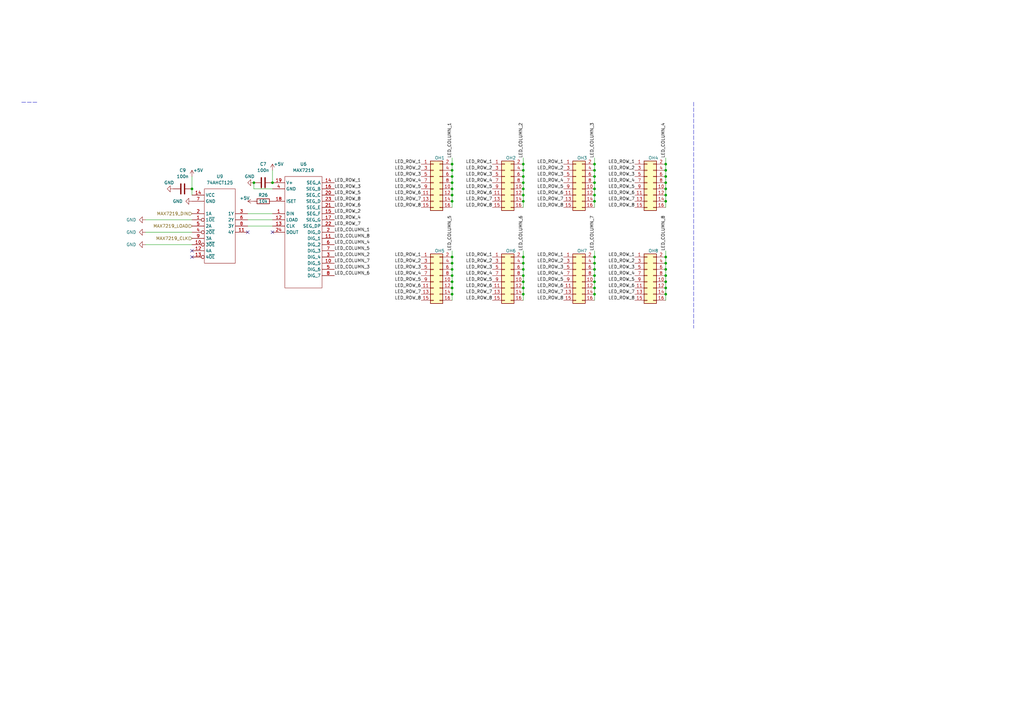
<source format=kicad_sch>
(kicad_sch (version 20211123) (generator eeschema)
  (paper "A3")
  (lib_symbols
    (symbol "Connector_Generic:Conn_02x08_Odd_Even" (pin_names (offset 1.016) hide)
      (property "Reference" "J" (at 1.27 10.16 0))
      (property "Value" "Conn_02x08_Odd_Even" (at 1.27 -12.7 0))
      (symbol "Conn_02x08_Odd_Even_1_1"
        (rectangle (start -1.27 -10.033) (end 0 -10.287) (stroke (width 0.1524)))
        (rectangle (start -1.27 -7.493) (end 0 -7.747) (stroke (width 0.1524)))
        (rectangle (start -1.27 -4.953) (end 0 -5.207) (stroke (width 0.1524)))
        (rectangle (start -1.27 -2.413) (end 0 -2.667) (stroke (width 0.1524)))
        (rectangle (start -1.27 0.127) (end 0 -0.127) (stroke (width 0.1524)))
        (rectangle (start -1.27 2.667) (end 0 2.413) (stroke (width 0.1524)))
        (rectangle (start -1.27 5.207) (end 0 4.953) (stroke (width 0.1524)))
        (rectangle (start -1.27 7.747) (end 0 7.493) (stroke (width 0.1524)))
        (rectangle (start -1.27 8.89) (end 3.81 -11.43) (stroke (width 0.254)) (fill (type background)))
        (rectangle (start 3.81 -10.033) (end 2.54 -10.287) (stroke (width 0.1524)))
        (rectangle (start 3.81 -7.493) (end 2.54 -7.747) (stroke (width 0.1524)))
        (rectangle (start 3.81 -4.953) (end 2.54 -5.207) (stroke (width 0.1524)))
        (rectangle (start 3.81 -2.413) (end 2.54 -2.667) (stroke (width 0.1524)))
        (rectangle (start 3.81 0.127) (end 2.54 -0.127) (stroke (width 0.1524)))
        (rectangle (start 3.81 2.667) (end 2.54 2.413) (stroke (width 0.1524)))
        (rectangle (start 3.81 5.207) (end 2.54 4.953) (stroke (width 0.1524)))
        (rectangle (start 3.81 7.747) (end 2.54 7.493) (stroke (width 0.1524)))
        (pin passive line (at -5.08 7.62 0) (length 3.81) (name "Pin_1") (number "1"))
        (pin passive line (at 7.62 -2.54 180) (length 3.81) (name "Pin_10") (number "10"))
        (pin passive line (at -5.08 -5.08 0) (length 3.81) (name "Pin_11") (number "11"))
        (pin passive line (at 7.62 -5.08 180) (length 3.81) (name "Pin_12") (number "12"))
        (pin passive line (at -5.08 -7.62 0) (length 3.81) (name "Pin_13") (number "13"))
        (pin passive line (at 7.62 -7.62 180) (length 3.81) (name "Pin_14") (number "14"))
        (pin passive line (at -5.08 -10.16 0) (length 3.81) (name "Pin_15") (number "15"))
        (pin passive line (at 7.62 -10.16 180) (length 3.81) (name "Pin_16") (number "16"))
        (pin passive line (at 7.62 7.62 180) (length 3.81) (name "Pin_2") (number "2"))
        (pin passive line (at -5.08 5.08 0) (length 3.81) (name "Pin_3") (number "3"))
        (pin passive line (at 7.62 5.08 180) (length 3.81) (name "Pin_4") (number "4"))
        (pin passive line (at -5.08 2.54 0) (length 3.81) (name "Pin_5") (number "5"))
        (pin passive line (at 7.62 2.54 180) (length 3.81) (name "Pin_6") (number "6"))
        (pin passive line (at -5.08 0 0) (length 3.81) (name "Pin_7") (number "7"))
        (pin passive line (at 7.62 0 180) (length 3.81) (name "Pin_8") (number "8"))
        (pin passive line (at -5.08 -2.54 0) (length 3.81) (name "Pin_9") (number "9"))
      )
    )
    (symbol "Device:C" (pin_numbers hide) (pin_names (offset 0.254))
      (property "Reference" "C" (at 0.635 2.54 0))
      (property "Value" "C" (at 0.635 -2.54 0))
      (symbol "C_0_1"
        (polyline (pts (xy -2.032 -0.762) (xy 2.032 -0.762)) (stroke (width 0.508)))
        (polyline (pts (xy -2.032 0.762) (xy 2.032 0.762)) (stroke (width 0.508)))
      )
      (symbol "C_1_1"
        (pin passive line (at 0 3.81 270) (length 2.794) (name "~") (number "1"))
        (pin passive line (at 0 -3.81 90) (length 2.794) (name "~") (number "2"))
      )
    )
    (symbol "Device:R" (pin_numbers hide) (pin_names (offset 0))
      (property "Reference" "R" (at 2.032 0 90))
      (property "Value" "R" (at 0 0 90))
      (symbol "R_0_1"
        (rectangle (start -1.016 -2.54) (end 1.016 2.54) (stroke (width 0.254)))
      )
      (symbol "R_1_1"
        (pin passive line (at 0 3.81 270) (length 1.27) (name "~") (number "1"))
        (pin passive line (at 0 -3.81 90) (length 1.27) (name "~") (number "2"))
      )
    )
    (symbol "igor_lib:74AHCT125"
      (property "Reference" "U?" (at 6.35 34.29 0))
      (property "Value" "74AHCT125" (at 6.35 31.75 0))
      (symbol "74AHCT125_0_0"
        (pin power_in line (at -5.08 27.94 0) (length 5.08) (name "VCC") (number "14"))
      )
      (symbol "74AHCT125_0_1"
        (rectangle (start 0 30.48) (end 12.7 0))
      )
      (symbol "74AHCT125_1_1"
        (pin input inverted (at -5.08 17.78 0) (length 5.08) (name "1~{OE}") (number "1"))
        (pin input inverted (at -5.08 7.62 0) (length 5.08) (name "3~{OE}") (number "10"))
        (pin output line (at 17.78 12.7 180) (length 5.08) (name "4Y") (number "11"))
        (pin input line (at -5.08 5.08 0) (length 5.08) (name "4A") (number "12"))
        (pin input inverted (at -5.08 2.54 0) (length 5.08) (name "4~{OE}") (number "13"))
        (pin input line (at -5.08 20.32 0) (length 5.08) (name "1A") (number "2"))
        (pin output line (at 17.78 20.32 180) (length 5.08) (name "1Y") (number "3"))
        (pin input inverted (at -5.08 12.7 0) (length 5.08) (name "2~{OE}") (number "4"))
        (pin input line (at -5.08 15.24 0) (length 5.08) (name "2A") (number "5"))
        (pin output line (at 17.78 17.78 180) (length 5.08) (name "2Y") (number "6"))
        (pin power_in line (at -5.08 25.4 0) (length 5.08) (name "GND") (number "7"))
        (pin output line (at 17.78 15.24 180) (length 5.08) (name "3Y") (number "8"))
        (pin input line (at -5.08 10.16 0) (length 5.08) (name "3A") (number "9"))
      )
    )
    (symbol "igor_lib:MAX7219"
      (property "Reference" "U?" (at 7.62 49.53 0))
      (property "Value" "MAX7219" (at 7.62 46.99 0))
      (symbol "MAX7219_0_1"
        (rectangle (start 0 45.72) (end 15.24 0))
      )
      (symbol "MAX7219_1_1"
        (pin input line (at -5.08 30.48 0) (length 5.08) (name "DIN") (number "1"))
        (pin output line (at 20.32 10.16 180) (length 5.08) (name "DIG_5") (number "10"))
        (pin output line (at 20.32 20.32 180) (length 5.08) (name "DIG_1") (number "11"))
        (pin input line (at -5.08 27.94 0) (length 5.08) (name "LOAD") (number "12"))
        (pin input line (at -5.08 25.4 0) (length 5.08) (name "CLK") (number "13"))
        (pin output line (at 20.32 43.18 180) (length 5.08) (name "SEG_A") (number "14"))
        (pin output line (at 20.32 30.48 180) (length 5.08) (name "SEG_F") (number "15"))
        (pin output line (at 20.32 40.64 180) (length 5.08) (name "SEG_B") (number "16"))
        (pin output line (at 20.32 27.94 180) (length 5.08) (name "SEG_G") (number "17"))
        (pin input line (at -5.08 35.56 0) (length 5.08) (name "ISET") (number "18"))
        (pin power_in line (at -5.08 43.18 0) (length 5.08) (name "V+") (number "19"))
        (pin output line (at 20.32 22.86 180) (length 5.08) (name "DIG_0") (number "2"))
        (pin output line (at 20.32 38.1 180) (length 5.08) (name "SEG_C") (number "20"))
        (pin output line (at 20.32 33.02 180) (length 5.08) (name "SEG_E") (number "21"))
        (pin output line (at 20.32 25.4 180) (length 5.08) (name "SEG_DP") (number "22"))
        (pin output line (at 20.32 35.56 180) (length 5.08) (name "SEG_D") (number "23"))
        (pin output line (at -5.08 22.86 0) (length 5.08) (name "DOUT") (number "24"))
        (pin output line (at 20.32 12.7 180) (length 5.08) (name "DIG_4") (number "3"))
        (pin power_in line (at -5.08 40.64 0) (length 5.08) (name "GND") (number "4"))
        (pin output line (at 20.32 7.62 180) (length 5.08) (name "DIG_6") (number "5"))
        (pin output line (at 20.32 17.78 180) (length 5.08) (name "DIG_2") (number "6"))
        (pin output line (at 20.32 15.24 180) (length 5.08) (name "DIG_3") (number "7"))
        (pin output line (at 20.32 5.08 180) (length 5.08) (name "DIG_7") (number "8"))
        (pin passive line (at -5.08 40.64 0) (length 5.08) hide (name "GND") (number "9"))
      )
    )
    (symbol "power:+5V" (power) (pin_names (offset 0))
      (property "Value" "+5V" (at 0 3.556 0))
      (symbol "+5V_0_1"
        (polyline (pts (xy -0.762 1.27) (xy 0 2.54)))
        (polyline (pts (xy 0 0) (xy 0 2.54)))
        (polyline (pts (xy 0 2.54) (xy 0.762 1.27)))
      )
      (symbol "+5V_1_1"
        (pin power_in line (at 0 0 90) (length 0) hide (name "+5V") (number "1"))
      )
    )
    (symbol "power:GND" (power) (pin_names (offset 0))
      (property "Value" "GND" (at 0 -3.81 0))
      (symbol "GND_0_1"
        (polyline (pts (xy 0 0) (xy 0 -1.27) (xy 1.27 -1.27) (xy 0 -2.54) (xy -1.27 -1.27) (xy 0 -1.27)))
      )
      (symbol "GND_1_1"
        (pin power_in line (at 0 0 270) (length 0) hide (name "GND") (number "1"))
      )
    )
  )
  (junction (at 243.84 69.85))
  (junction (at 214.63 110.49))
  (junction (at 185.42 105.41))
  (junction (at 243.84 115.57))
  (junction (at 273.05 107.95))
  (junction (at 185.42 82.55))
  (junction (at 214.63 120.65))
  (junction (at 214.63 80.01))
  (junction (at 78.74 77.47))
  (junction (at 243.84 74.93))
  (junction (at 243.84 82.55))
  (junction (at 185.42 67.31))
  (junction (at 273.05 72.39))
  (junction (at 273.05 69.85))
  (junction (at 185.42 120.65))
  (junction (at 273.05 82.55))
  (junction (at 273.05 113.03))
  (junction (at 214.63 72.39))
  (junction (at 185.42 72.39))
  (junction (at 273.05 115.57))
  (junction (at 185.42 77.47))
  (junction (at 214.63 67.31))
  (junction (at 214.63 82.55))
  (junction (at 273.05 118.11))
  (junction (at 185.42 80.01))
  (junction (at 214.63 113.03))
  (junction (at 111.76 74.93))
  (junction (at 185.42 118.11))
  (junction (at 214.63 69.85))
  (junction (at 214.63 105.41))
  (junction (at 214.63 115.57))
  (junction (at 243.84 120.65))
  (junction (at 273.05 77.47))
  (junction (at 214.63 77.47))
  (junction (at 243.84 110.49))
  (junction (at 243.84 67.31))
  (junction (at 273.05 105.41))
  (junction (at 243.84 72.39))
  (junction (at 185.42 115.57))
  (junction (at 214.63 107.95))
  (junction (at 185.42 74.93))
  (junction (at 243.84 105.41))
  (junction (at 214.63 74.93))
  (junction (at 273.05 110.49))
  (junction (at 243.84 80.01))
  (junction (at 185.42 107.95))
  (junction (at 243.84 107.95))
  (junction (at 185.42 69.85))
  (junction (at 104.14 74.93))
  (junction (at 273.05 74.93))
  (junction (at 185.42 110.49))
  (junction (at 273.05 67.31))
  (junction (at 214.63 118.11))
  (junction (at 185.42 113.03))
  (junction (at 243.84 77.47))
  (junction (at 243.84 118.11))
  (junction (at 243.84 113.03))
  (junction (at 273.05 120.65))
  (junction (at 273.05 80.01))
  (no_connect (at 78.74 102.87))
  (no_connect (at 78.74 105.41))
  (no_connect (at 111.76 95.25))
  (no_connect (at 101.6 95.25))
  (wire (pts (xy 273.05 74.93) (xy 273.05 77.47)))
  (wire (pts (xy 111.76 69.85) (xy 111.76 74.93)))
  (wire (pts (xy 101.6 92.71) (xy 111.76 92.71)))
  (wire (pts (xy 243.84 74.93) (xy 243.84 77.47)))
  (wire (pts (xy 214.63 107.95) (xy 214.63 110.49)))
  (wire (pts (xy 214.63 67.31) (xy 214.63 69.85)))
  (wire (pts (xy 273.05 115.57) (xy 273.05 118.11)))
  (wire (pts (xy 185.42 107.95) (xy 185.42 110.49)))
  (wire (pts (xy 214.63 115.57) (xy 214.63 118.11)))
  (wire (pts (xy 185.42 72.39) (xy 185.42 74.93)))
  (wire (pts (xy 273.05 80.01) (xy 273.05 82.55)))
  (wire (pts (xy 243.84 115.57) (xy 243.84 118.11)))
  (polyline (pts (xy 8.89 41.91) (xy 15.24 41.91)))
  (wire (pts (xy 214.63 110.49) (xy 214.63 113.03)))
  (wire (pts (xy 273.05 77.47) (xy 273.05 80.01)))
  (wire (pts (xy 214.63 64.77) (xy 214.63 67.31)))
  (wire (pts (xy 273.05 82.55) (xy 273.05 85.09)))
  (wire (pts (xy 185.42 120.65) (xy 185.42 123.19)))
  (wire (pts (xy 214.63 77.47) (xy 214.63 80.01)))
  (wire (pts (xy 214.63 72.39) (xy 214.63 74.93)))
  (wire (pts (xy 185.42 74.93) (xy 185.42 77.47)))
  (wire (pts (xy 214.63 118.11) (xy 214.63 120.65)))
  (wire (pts (xy 185.42 82.55) (xy 185.42 85.09)))
  (wire (pts (xy 243.84 67.31) (xy 243.84 69.85)))
  (wire (pts (xy 243.84 105.41) (xy 243.84 107.95)))
  (wire (pts (xy 185.42 113.03) (xy 185.42 115.57)))
  (wire (pts (xy 214.63 102.87) (xy 214.63 105.41)))
  (wire (pts (xy 185.42 110.49) (xy 185.42 113.03)))
  (wire (pts (xy 78.74 77.47) (xy 78.74 80.01)))
  (wire (pts (xy 214.63 74.93) (xy 214.63 77.47)))
  (wire (pts (xy 243.84 118.11) (xy 243.84 120.65)))
  (wire (pts (xy 273.05 120.65) (xy 273.05 123.19)))
  (wire (pts (xy 243.84 80.01) (xy 243.84 82.55)))
  (wire (pts (xy 243.84 107.95) (xy 243.84 110.49)))
  (wire (pts (xy 273.05 107.95) (xy 273.05 110.49)))
  (wire (pts (xy 78.74 72.39) (xy 78.74 77.47)))
  (wire (pts (xy 214.63 82.55) (xy 214.63 85.09)))
  (wire (pts (xy 273.05 64.77) (xy 273.05 67.31)))
  (wire (pts (xy 214.63 80.01) (xy 214.63 82.55)))
  (wire (pts (xy 273.05 110.49) (xy 273.05 113.03)))
  (wire (pts (xy 185.42 80.01) (xy 185.42 82.55)))
  (wire (pts (xy 214.63 69.85) (xy 214.63 72.39)))
  (polyline (pts (xy 284.48 41.91) (xy 284.48 134.62)))
  (wire (pts (xy 185.42 67.31) (xy 185.42 69.85)))
  (wire (pts (xy 101.6 90.17) (xy 111.76 90.17)))
  (wire (pts (xy 243.84 82.55) (xy 243.84 85.09)))
  (wire (pts (xy 243.84 110.49) (xy 243.84 113.03)))
  (wire (pts (xy 273.05 118.11) (xy 273.05 120.65)))
  (wire (pts (xy 273.05 102.87) (xy 273.05 105.41)))
  (wire (pts (xy 185.42 102.87) (xy 185.42 105.41)))
  (wire (pts (xy 243.84 102.87) (xy 243.84 105.41)))
  (wire (pts (xy 214.63 105.41) (xy 214.63 107.95)))
  (wire (pts (xy 273.05 113.03) (xy 273.05 115.57)))
  (wire (pts (xy 185.42 118.11) (xy 185.42 120.65)))
  (wire (pts (xy 243.84 120.65) (xy 243.84 123.19)))
  (wire (pts (xy 185.42 67.31) (xy 185.42 64.77)))
  (wire (pts (xy 214.63 113.03) (xy 214.63 115.57)))
  (wire (pts (xy 111.76 77.47) (xy 104.14 77.47)))
  (wire (pts (xy 185.42 69.85) (xy 185.42 72.39)))
  (wire (pts (xy 273.05 105.41) (xy 273.05 107.95)))
  (wire (pts (xy 59.69 100.33) (xy 78.74 100.33)))
  (wire (pts (xy 243.84 77.47) (xy 243.84 80.01)))
  (wire (pts (xy 101.6 87.63) (xy 111.76 87.63)))
  (wire (pts (xy 59.69 95.25) (xy 78.74 95.25)))
  (wire (pts (xy 104.14 77.47) (xy 104.14 74.93)))
  (wire (pts (xy 243.84 69.85) (xy 243.84 72.39)))
  (wire (pts (xy 243.84 72.39) (xy 243.84 74.93)))
  (wire (pts (xy 185.42 115.57) (xy 185.42 118.11)))
  (wire (pts (xy 273.05 72.39) (xy 273.05 74.93)))
  (wire (pts (xy 59.69 90.17) (xy 78.74 90.17)))
  (wire (pts (xy 214.63 120.65) (xy 214.63 123.19)))
  (wire (pts (xy 185.42 105.41) (xy 185.42 107.95)))
  (wire (pts (xy 243.84 113.03) (xy 243.84 115.57)))
  (wire (pts (xy 243.84 64.77) (xy 243.84 67.31)))
  (wire (pts (xy 273.05 67.31) (xy 273.05 69.85)))
  (wire (pts (xy 185.42 77.47) (xy 185.42 80.01)))
  (wire (pts (xy 273.05 69.85) (xy 273.05 72.39)))
  (label "LED_ROW_1" (at 201.93 105.41 180))
  (label "LED_ROW_7" (at 201.93 120.65 180))
  (label "LED_COLUMN_5" (at 137.16 102.87 0))
  (label "LED_ROW_4" (at 201.93 74.93 180))
  (label "LED_ROW_1" (at 231.14 105.41 180))
  (label "LED_ROW_8" (at 260.35 123.19 180))
  (label "LED_ROW_7" (at 260.35 82.55 180))
  (label "LED_ROW_2" (at 172.72 69.85 180))
  (label "LED_COLUMN_4" (at 137.16 100.33 0))
  (label "LED_ROW_2" (at 172.72 107.95 180))
  (label "LED_COLUMN_1" (at 137.16 95.25 0))
  (label "LED_ROW_1" (at 137.16 74.93 0))
  (label "LED_ROW_8" (at 201.93 123.19 180))
  (label "LED_COLUMN_5" (at 185.42 102.87 90))
  (label "LED_ROW_3" (at 231.14 110.49 180))
  (label "LED_ROW_8" (at 231.14 123.19 180))
  (label "LED_ROW_8" (at 231.14 85.09 180))
  (label "LED_ROW_6" (at 231.14 118.11 180))
  (label "LED_ROW_6" (at 260.35 118.11 180))
  (label "LED_ROW_7" (at 172.72 120.65 180))
  (label "LED_ROW_8" (at 201.93 85.09 180))
  (label "LED_ROW_5" (at 231.14 77.47 180))
  (label "LED_ROW_4" (at 231.14 74.93 180))
  (label "LED_ROW_4" (at 201.93 113.03 180))
  (label "LED_COLUMN_7" (at 243.84 102.87 90))
  (label "LED_ROW_3" (at 231.14 72.39 180))
  (label "LED_ROW_2" (at 137.16 87.63 0))
  (label "LED_ROW_5" (at 172.72 77.47 180))
  (label "LED_ROW_1" (at 231.14 67.31 180))
  (label "LED_ROW_5" (at 231.14 115.57 180))
  (label "LED_ROW_3" (at 260.35 110.49 180))
  (label "LED_COLUMN_8" (at 273.05 102.87 90))
  (label "LED_ROW_6" (at 260.35 80.01 180))
  (label "LED_COLUMN_6" (at 137.16 113.03 0))
  (label "LED_ROW_7" (at 231.14 82.55 180))
  (label "LED_COLUMN_3" (at 243.84 64.77 90))
  (label "LED_ROW_6" (at 201.93 80.01 180))
  (label "LED_ROW_5" (at 260.35 77.47 180))
  (label "LED_ROW_1" (at 260.35 67.31 180))
  (label "LED_ROW_3" (at 172.72 72.39 180))
  (label "LED_COLUMN_3" (at 137.16 110.49 0))
  (label "LED_ROW_7" (at 231.14 120.65 180))
  (label "LED_ROW_2" (at 201.93 107.95 180))
  (label "LED_ROW_7" (at 260.35 120.65 180))
  (label "LED_ROW_4" (at 231.14 113.03 180))
  (label "LED_ROW_5" (at 137.16 80.01 0))
  (label "LED_ROW_1" (at 172.72 67.31 180))
  (label "LED_ROW_2" (at 201.93 69.85 180))
  (label "LED_ROW_2" (at 260.35 107.95 180))
  (label "LED_ROW_5" (at 201.93 77.47 180))
  (label "LED_ROW_3" (at 260.35 72.39 180))
  (label "LED_ROW_5" (at 201.93 115.57 180))
  (label "LED_COLUMN_7" (at 137.16 107.95 0))
  (label "LED_COLUMN_4" (at 273.05 64.77 90))
  (label "LED_ROW_1" (at 260.35 105.41 180))
  (label "LED_COLUMN_6" (at 214.63 102.87 90))
  (label "LED_ROW_5" (at 172.72 115.57 180))
  (label "LED_ROW_4" (at 172.72 113.03 180))
  (label "LED_ROW_1" (at 201.93 67.31 180))
  (label "LED_ROW_5" (at 260.35 115.57 180))
  (label "LED_ROW_8" (at 172.72 123.19 180))
  (label "LED_ROW_4" (at 137.16 90.17 0))
  (label "LED_ROW_2" (at 260.35 69.85 180))
  (label "LED_ROW_6" (at 201.93 118.11 180))
  (label "LED_COLUMN_1" (at 185.42 64.77 90))
  (label "LED_ROW_6" (at 231.14 80.01 180))
  (label "LED_ROW_2" (at 231.14 69.85 180))
  (label "LED_COLUMN_8" (at 137.16 97.79 0))
  (label "LED_ROW_8" (at 137.16 82.55 0))
  (label "LED_ROW_2" (at 231.14 107.95 180))
  (label "LED_ROW_6" (at 137.16 85.09 0))
  (label "LED_ROW_8" (at 172.72 85.09 180))
  (label "LED_ROW_3" (at 172.72 110.49 180))
  (label "LED_ROW_3" (at 201.93 72.39 180))
  (label "LED_ROW_6" (at 172.72 118.11 180))
  (label "LED_COLUMN_2" (at 214.63 64.77 90))
  (label "LED_ROW_3" (at 201.93 110.49 180))
  (label "LED_ROW_7" (at 201.93 82.55 180))
  (label "LED_ROW_7" (at 137.16 92.71 0))
  (label "LED_ROW_8" (at 260.35 85.09 180))
  (label "LED_ROW_4" (at 172.72 74.93 180))
  (label "LED_COLUMN_2" (at 137.16 105.41 0))
  (label "LED_ROW_1" (at 172.72 105.41 180))
  (label "LED_ROW_4" (at 260.35 74.93 180))
  (label "LED_ROW_3" (at 137.16 77.47 0))
  (label "LED_ROW_7" (at 172.72 82.55 180))
  (label "LED_ROW_4" (at 260.35 113.03 180))
  (label "LED_ROW_6" (at 172.72 80.01 180))
  (hierarchical_label "MAX7219_CLK" (shape input) (at 78.74 97.79 180))
  (hierarchical_label "MAX7219_DIN" (shape input) (at 78.74 87.63 180))
  (hierarchical_label "MAX7219_LOAD" (shape input) (at 78.74 92.71 180))
  (symbol (lib_id "Connector_Generic:Conn_02x08_Odd_Even") (at 265.43 113.03 0) (unit 1)
    (property "Reference" "OH8" (at 267.97 102.87 0))
    (property "Value" "Conn_02x08_Top_Bottom" (effects hide))
    (property "Footprint" "Connector_PinHeader_2.54mm:PinHeader_2x08_P2.54mm_Vertical" (effects hide))
  )
  (symbol (lib_id "Connector_Generic:Conn_02x08_Odd_Even") (at 177.8 113.03 0) (unit 1)
    (property "Reference" "OH5" (at 180.34 102.87 0))
    (property "Value" "Conn_02x08_Top_Bottom" (effects hide))
    (property "Footprint" "Connector_PinHeader_2.54mm:PinHeader_2x08_P2.54mm_Vertical" (effects hide))
  )
  (symbol (lib_id "power:+5V") (at 111.76 69.85 0) (unit 1)
    (property "Reference" "#PWR0131" (effects hide))
    (property "Value" "+5V" (at 114.3 67.31 0))
  )
  (symbol (lib_id "Connector_Generic:Conn_02x08_Odd_Even") (at 207.01 113.03 0) (unit 1)
    (property "Reference" "OH6" (at 209.55 102.87 0))
    (property "Value" "Conn_02x08_Top_Bottom" (effects hide))
    (property "Footprint" "Connector_PinHeader_2.54mm:PinHeader_2x08_P2.54mm_Vertical" (effects hide))
  )
  (symbol (lib_id "power:GND") (at 59.69 100.33 270) (unit 1)
    (property "Reference" "#PWR0136" (effects hide))
    (property "Value" "GND" (at 55.88 100.3299 90) (effects (justify right)))
  )
  (symbol (lib_id "power:GND") (at 59.69 95.25 270) (unit 1)
    (property "Reference" "#PWR0137" (effects hide))
    (property "Value" "GND" (at 55.88 95.2499 90) (effects (justify right)))
  )
  (symbol (lib_id "power:+5V") (at 78.74 72.39 0) (unit 1)
    (property "Reference" "#PWR0141" (effects hide))
    (property "Value" "+5V" (at 81.28 69.85 0))
  )
  (symbol (lib_id "Connector_Generic:Conn_02x08_Odd_Even") (at 236.22 74.93 0) (unit 1)
    (property "Reference" "OH3" (at 238.76 64.77 0))
    (property "Value" "Conn_02x08_Top_Bottom" (effects hide))
    (property "Footprint" "Connector_PinHeader_2.54mm:PinHeader_2x08_P2.54mm_Vertical" (effects hide))
  )
  (symbol (lib_id "power:GND") (at 104.14 74.93 270) (unit 1)
    (property "Reference" "#PWR0130" (effects hide))
    (property "Value" "GND" (at 100.33 72.39 90) (effects (justify left)))
  )
  (symbol (lib_id "power:+5V") (at 104.14 82.55 90) (unit 1)
    (property "Reference" "#PWR0171" (effects hide))
    (property "Value" "+5V" (at 100.33 81.28 90))
  )
  (symbol (lib_id "power:GND") (at 59.69 90.17 270) (unit 1)
    (property "Reference" "#PWR0138" (effects hide))
    (property "Value" "GND" (at 55.88 90.1699 90) (effects (justify right)))
  )
  (symbol (lib_id "Device:R") (at 107.95 82.55 90) (unit 1)
    (property "Reference" "R26" (at 107.95 80.01 90))
    (property "Value" "10k" (at 107.95 82.55 90))
    (property "Footprint" "Resistor_SMD:R_0402_1005Metric" (effects hide))
    (property "LCSC" "C25744" (effects hide))
  )
  (symbol (lib_id "Connector_Generic:Conn_02x08_Odd_Even") (at 207.01 74.93 0) (unit 1)
    (property "Reference" "OH2" (at 209.55 64.77 0))
    (property "Value" "Conn_02x08_Top_Bottom" (effects hide))
    (property "Footprint" "Connector_PinHeader_2.54mm:PinHeader_2x08_P2.54mm_Vertical" (effects hide))
  )
  (symbol (lib_id "power:GND") (at 78.74 82.55 270) (unit 1)
    (property "Reference" "#PWR0140" (effects hide))
    (property "Value" "GND" (at 74.93 82.5499 90) (effects (justify right)))
  )
  (symbol (lib_id "Device:C") (at 74.93 77.47 90) (unit 1)
    (property "Reference" "C9" (at 74.93 69.85 90))
    (property "Value" "100n" (at 74.93 72.39 90))
    (property "Footprint" "Capacitor_SMD:C_0402_1005Metric" (effects hide))
    (property "LCSC" "C1525" (effects hide))
  )
  (symbol (lib_id "Connector_Generic:Conn_02x08_Odd_Even") (at 236.22 113.03 0) (unit 1)
    (property "Reference" "OH7" (at 238.76 102.87 0))
    (property "Value" "Conn_02x08_Top_Bottom" (effects hide))
    (property "Footprint" "Connector_PinHeader_2.54mm:PinHeader_2x08_P2.54mm_Vertical" (effects hide))
  )
  (symbol (lib_id "igor_lib:MAX7219") (at 116.84 118.11 0) (unit 1)
    (property "Reference" "U6" (at 124.46 67.31 0))
    (property "Value" "MAX7219" (at 124.46 69.85 0))
    (property "Footprint" "Package_SO:SOIC-24W_7.5x15.4mm_P1.27mm" (effects hide))
    (property "LCSC" "C9964" (effects hide))
  )
  (symbol (lib_id "Device:C") (at 107.95 74.93 90) (unit 1)
    (property "Reference" "C7" (at 107.95 67.31 90))
    (property "Value" "100n" (at 107.95 69.85 90))
    (property "Footprint" "Capacitor_SMD:C_0402_1005Metric" (effects hide))
    (property "LCSC" "C1525" (effects hide))
  )
  (symbol (lib_id "power:GND") (at 71.12 77.47 270) (unit 1)
    (property "Reference" "#PWR0139" (effects hide))
    (property "Value" "GND" (at 67.31 74.93 90) (effects (justify left)))
  )
  (symbol (lib_id "Connector_Generic:Conn_02x08_Odd_Even") (at 177.8 74.93 0) (unit 1)
    (property "Reference" "OH1" (at 180.34 64.77 0))
    (property "Value" "Conn_02x08_Top_Bottom" (effects hide))
    (property "Footprint" "Connector_PinHeader_2.54mm:PinHeader_2x08_P2.54mm_Vertical" (effects hide))
  )
  (symbol (lib_id "Connector_Generic:Conn_02x08_Odd_Even") (at 265.43 74.93 0) (unit 1)
    (property "Reference" "OH4" (at 267.97 64.77 0))
    (property "Value" "Conn_02x08_Top_Bottom" (effects hide))
    (property "Footprint" "Connector_PinHeader_2.54mm:PinHeader_2x08_P2.54mm_Vertical" (effects hide))
  )
  (symbol (lib_id "igor_lib:74AHCT125") (at 83.82 107.95 0) (unit 1)
    (property "Reference" "U9" (at 90.17 72.39 0))
    (property "Value" "74AHCT125" (at 90.17 74.93 0))
    (property "Footprint" "Package_SO:TSSOP-14_4.4x5mm_P0.65mm" (effects hide))
    (property "LCSC" "C36365" (effects hide))
  )
)
</source>
